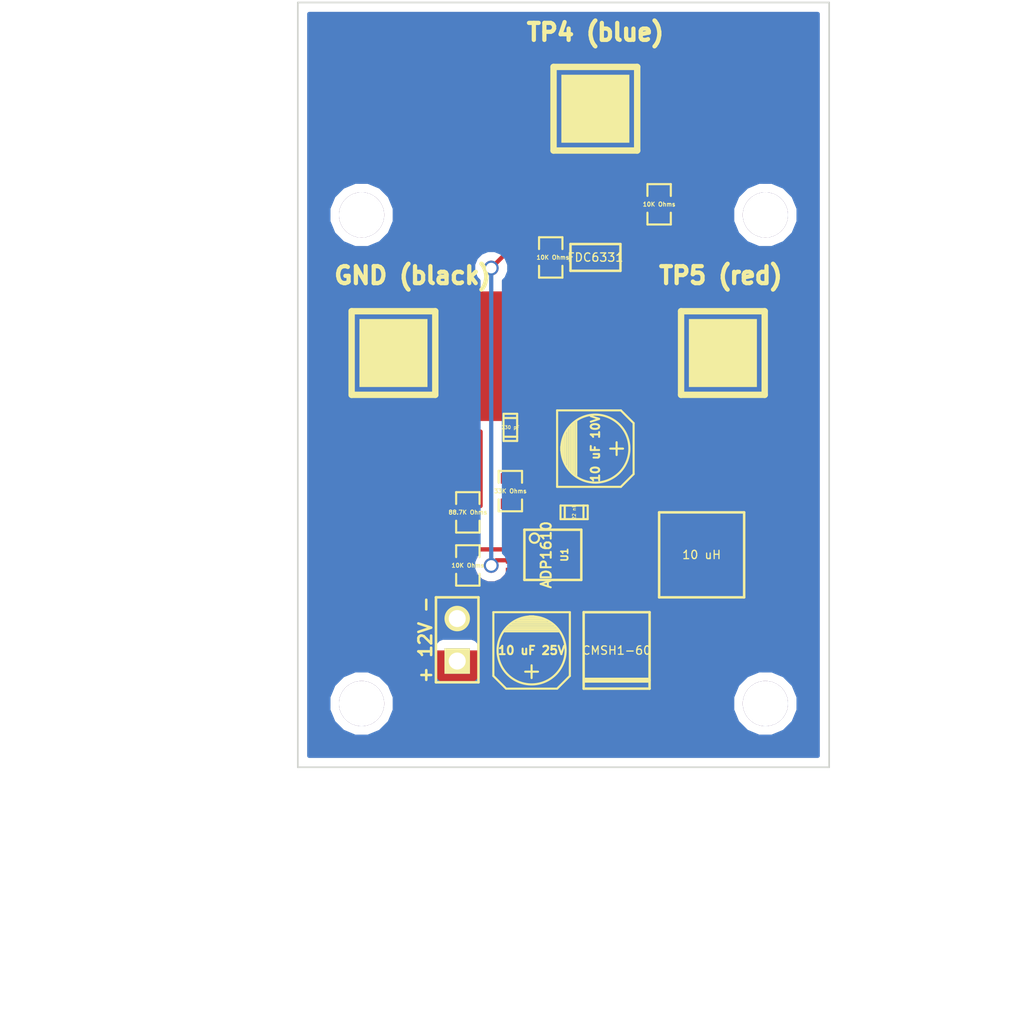
<source format=kicad_pcb>
(kicad_pcb (version 3) (host pcbnew "(2013-june-11)-stable")

  (general
    (links 30)
    (no_connects 0)
    (area 198.069999 93.929999 229.920001 139.750001)
    (thickness 1.6)
    (drawings 14)
    (tracks 38)
    (zones 0)
    (modules 21)
    (nets 12)
  )

  (page A3)
  (layers
    (15 F.Cu signal)
    (0 B.Cu signal)
    (16 B.Adhes user)
    (17 F.Adhes user)
    (18 B.Paste user)
    (19 F.Paste user)
    (20 B.SilkS user)
    (21 F.SilkS user)
    (22 B.Mask user)
    (23 F.Mask user)
    (24 Dwgs.User user)
    (25 Cmts.User user)
    (26 Eco1.User user)
    (27 Eco2.User user)
    (28 Edge.Cuts user)
  )

  (setup
    (last_trace_width 0.254)
    (trace_clearance 0.127)
    (zone_clearance 0.508)
    (zone_45_only no)
    (trace_min 0.254)
    (segment_width 0.2)
    (edge_width 0.1)
    (via_size 0.889)
    (via_drill 0.635)
    (via_min_size 0.889)
    (via_min_drill 0.508)
    (uvia_size 0.508)
    (uvia_drill 0.127)
    (uvias_allowed no)
    (uvia_min_size 0.508)
    (uvia_min_drill 0.127)
    (pcb_text_width 0.3)
    (pcb_text_size 1.5 1.5)
    (mod_edge_width 0.15)
    (mod_text_size 1 1)
    (mod_text_width 0.15)
    (pad_size 1.2 0.6)
    (pad_drill 0)
    (pad_to_mask_clearance 0)
    (aux_axis_origin 0 0)
    (visible_elements FFFFFFBF)
    (pcbplotparams
      (layerselection 300974081)
      (usegerberextensions true)
      (excludeedgelayer true)
      (linewidth 0.150000)
      (plotframeref true)
      (viasonmask false)
      (mode 1)
      (useauxorigin false)
      (hpglpennumber 1)
      (hpglpenspeed 20)
      (hpglpendiameter 15)
      (hpglpenoverlay 2)
      (psnegative false)
      (psa4output false)
      (plotreference true)
      (plotvalue true)
      (plotothertext true)
      (plotinvisibletext false)
      (padsonsilk false)
      (subtractmaskfromsilk false)
      (outputformat 1)
      (mirror false)
      (drillshape 0)
      (scaleselection 1)
      (outputdirectory Gerber/))
  )

  (net 0 "")
  (net 1 GND)
  (net 2 N-000001)
  (net 3 N-0000010)
  (net 4 N-000002)
  (net 5 N-000003)
  (net 6 N-000004)
  (net 7 N-000005)
  (net 8 N-000006)
  (net 9 N-000007)
  (net 10 N-000008)
  (net 11 N-000009)

  (net_class Default "This is the default net class."
    (clearance 0.127)
    (trace_width 0.254)
    (via_dia 0.889)
    (via_drill 0.635)
    (uvia_dia 0.508)
    (uvia_drill 0.127)
    (add_net "")
    (add_net GND)
    (add_net N-000001)
    (add_net N-0000010)
    (add_net N-000002)
    (add_net N-000003)
    (add_net N-000004)
    (add_net N-000005)
    (add_net N-000006)
    (add_net N-000007)
    (add_net N-000008)
    (add_net N-000009)
  )

  (module SuperSOT-6 (layer F.Cu) (tedit 5E960A1D) (tstamp 5E95EEC5)
    (at 215.9 109.22 90)
    (path /5E948D97)
    (fp_text reference Q1 (at 0 -0.635 180) (layer F.SilkS) hide
      (effects (font (size 0.5 0.5) (thickness 0.075)))
    )
    (fp_text value FDC6331 (at 0 0 180) (layer F.SilkS)
      (effects (font (size 0.5 0.5) (thickness 0.075)))
    )
    (fp_line (start -0.8001 -1.4859) (end 0.8001 -1.4859) (layer F.SilkS) (width 0.15))
    (fp_line (start 0.8001 -1.4859) (end 0.8001 1.4986) (layer F.SilkS) (width 0.15))
    (fp_line (start 0.8001 1.4986) (end -0.8001 1.4986) (layer F.SilkS) (width 0.15))
    (fp_line (start -0.8001 1.4986) (end -0.8001 -1.4859) (layer F.SilkS) (width 0.15))
    (pad 1 smd rect (at -1.25 -1 90) (size 1.2 0.6)
      (layers F.Cu F.Paste F.Mask)
      (net 1 GND)
    )
    (pad 2 smd rect (at -1.25 0 90) (size 1.2 0.6)
      (layers F.Cu F.Paste F.Mask)
      (net 8 N-000006)
    )
    (pad 3 smd rect (at -1.25 1 90) (size 1.2 0.6)
      (layers F.Cu F.Paste F.Mask)
      (net 8 N-000006)
    )
    (pad 4 smd rect (at 1.25 1 90) (size 1.2 0.6)
      (layers F.Cu F.Paste F.Mask)
      (net 11 N-000009)
    )
    (pad 5 smd rect (at 1.25 0 90) (size 1.2 0.6)
      (layers F.Cu F.Paste F.Mask)
      (net 3 N-0000010)
    )
    (pad 6 smd rect (at 1.25 -1 90) (size 1.2 0.6)
      (layers F.Cu F.Paste F.Mask)
      (net 9 N-000007)
    )
  )

  (module SMB (layer F.Cu) (tedit 5E960A83) (tstamp 5E95EED0)
    (at 217.17 132.715 90)
    (path /5E94903F)
    (fp_text reference D1 (at 0 -1.27 90) (layer F.SilkS) hide
      (effects (font (size 0.5 0.5) (thickness 0.075)))
    )
    (fp_text value CMSH1-60 (at 0 0 180) (layer F.SilkS)
      (effects (font (size 0.5 0.5) (thickness 0.075)))
    )
    (fp_line (start -1.778 -1.89) (end -1.778 1.89) (layer F.SilkS) (width 0.3))
    (fp_line (start -2.285 -1.97) (end 2.285 -1.97) (layer F.SilkS) (width 0.15))
    (fp_line (start 2.285 -1.97) (end 2.285 1.97) (layer F.SilkS) (width 0.15))
    (fp_line (start 2.285 1.97) (end -2.285 1.97) (layer F.SilkS) (width 0.15))
    (fp_line (start -2.285 1.97) (end -2.285 -1.97) (layer F.SilkS) (width 0.15))
    (pad 1 smd rect (at 2.15 0 90) (size 2.3 2.5)
      (layers F.Cu F.Paste F.Mask)
      (net 7 N-000005)
    )
    (pad 2 smd rect (at -2.15 0 90) (size 2.3 2.5)
      (layers F.Cu F.Paste F.Mask)
      (net 10 N-000008)
    )
  )

  (module SM0603_Resistor (layer F.Cu) (tedit 5E960A45) (tstamp 5E95EEDC)
    (at 219.71 106.045 90)
    (path /5E948E5B)
    (attr smd)
    (fp_text reference R3 (at 0.0635 -0.0635 180) (layer F.SilkS) hide
      (effects (font (size 0.50038 0.4572) (thickness 0.1143)))
    )
    (fp_text value "10K Ohms" (at 0 0 180) (layer F.SilkS)
      (effects (font (size 0.25 0.25) (thickness 0.055)))
    )
    (fp_line (start -0.50038 -0.6985) (end -1.2065 -0.6985) (layer F.SilkS) (width 0.127))
    (fp_line (start -1.2065 -0.6985) (end -1.2065 0.6985) (layer F.SilkS) (width 0.127))
    (fp_line (start -1.2065 0.6985) (end -0.50038 0.6985) (layer F.SilkS) (width 0.127))
    (fp_line (start 1.2065 -0.6985) (end 0.50038 -0.6985) (layer F.SilkS) (width 0.127))
    (fp_line (start 1.2065 -0.6985) (end 1.2065 0.6985) (layer F.SilkS) (width 0.127))
    (fp_line (start 1.2065 0.6985) (end 0.50038 0.6985) (layer F.SilkS) (width 0.127))
    (pad 1 smd rect (at -0.762 0 90) (size 0.635 1.143)
      (layers F.Cu F.Paste F.Mask)
      (net 11 N-000009)
    )
    (pad 2 smd rect (at 0.762 0 90) (size 0.635 1.143)
      (layers F.Cu F.Paste F.Mask)
      (net 9 N-000007)
    )
    (model smd\resistors\R0603.wrl
      (at (xyz 0 0 0.001))
      (scale (xyz 0.5 0.5 0.5))
      (rotate (xyz 0 0 0))
    )
  )

  (module SM0603_Resistor (layer F.Cu) (tedit 5E960A03) (tstamp 5E95EEE8)
    (at 213.233 109.22 270)
    (path /5E948F8F)
    (attr smd)
    (fp_text reference R101 (at 0.0635 -0.0635 360) (layer F.SilkS) hide
      (effects (font (size 0.50038 0.4572) (thickness 0.1143)))
    )
    (fp_text value "10K Ohms" (at 0 -0.127 360) (layer F.SilkS)
      (effects (font (size 0.25 0.25) (thickness 0.055)))
    )
    (fp_line (start -0.50038 -0.6985) (end -1.2065 -0.6985) (layer F.SilkS) (width 0.127))
    (fp_line (start -1.2065 -0.6985) (end -1.2065 0.6985) (layer F.SilkS) (width 0.127))
    (fp_line (start -1.2065 0.6985) (end -0.50038 0.6985) (layer F.SilkS) (width 0.127))
    (fp_line (start 1.2065 -0.6985) (end 0.50038 -0.6985) (layer F.SilkS) (width 0.127))
    (fp_line (start 1.2065 -0.6985) (end 1.2065 0.6985) (layer F.SilkS) (width 0.127))
    (fp_line (start 1.2065 0.6985) (end 0.50038 0.6985) (layer F.SilkS) (width 0.127))
    (pad 1 smd rect (at -0.762 0 270) (size 0.635 1.143)
      (layers F.Cu F.Paste F.Mask)
      (net 3 N-0000010)
    )
    (pad 2 smd rect (at 0.762 0 270) (size 0.635 1.143)
      (layers F.Cu F.Paste F.Mask)
      (net 1 GND)
    )
    (model smd\resistors\R0603.wrl
      (at (xyz 0 0 0.001))
      (scale (xyz 0.5 0.5 0.5))
      (rotate (xyz 0 0 0))
    )
  )

  (module SM0603_Resistor (layer F.Cu) (tedit 5E9609B7) (tstamp 5E95EEF4)
    (at 210.82 123.19 90)
    (path /5E949252)
    (attr smd)
    (fp_text reference R102 (at 0.0635 -0.0635 180) (layer F.SilkS) hide
      (effects (font (size 0.50038 0.4572) (thickness 0.1143)))
    )
    (fp_text value "33K Ohms" (at 0 0 180) (layer F.SilkS)
      (effects (font (size 0.25 0.25) (thickness 0.055)))
    )
    (fp_line (start -0.50038 -0.6985) (end -1.2065 -0.6985) (layer F.SilkS) (width 0.127))
    (fp_line (start -1.2065 -0.6985) (end -1.2065 0.6985) (layer F.SilkS) (width 0.127))
    (fp_line (start -1.2065 0.6985) (end -0.50038 0.6985) (layer F.SilkS) (width 0.127))
    (fp_line (start 1.2065 -0.6985) (end 0.50038 -0.6985) (layer F.SilkS) (width 0.127))
    (fp_line (start 1.2065 -0.6985) (end 1.2065 0.6985) (layer F.SilkS) (width 0.127))
    (fp_line (start 1.2065 0.6985) (end 0.50038 0.6985) (layer F.SilkS) (width 0.127))
    (pad 1 smd rect (at -0.762 0 90) (size 0.635 1.143)
      (layers F.Cu F.Paste F.Mask)
      (net 4 N-000002)
    )
    (pad 2 smd rect (at 0.762 0 90) (size 0.635 1.143)
      (layers F.Cu F.Paste F.Mask)
      (net 2 N-000001)
    )
    (model smd\resistors\R0603.wrl
      (at (xyz 0 0 0.001))
      (scale (xyz 0.5 0.5 0.5))
      (rotate (xyz 0 0 0))
    )
  )

  (module SM0603_Resistor (layer F.Cu) (tedit 5E96099B) (tstamp 5E95EF00)
    (at 208.28 124.46 270)
    (path /5E949157)
    (attr smd)
    (fp_text reference R1 (at 0.0635 -0.0635 360) (layer F.SilkS) hide
      (effects (font (size 0.50038 0.4572) (thickness 0.1143)))
    )
    (fp_text value "88.7K Ohms" (at 0 0 360) (layer F.SilkS)
      (effects (font (size 0.25 0.25) (thickness 0.055)))
    )
    (fp_line (start -0.50038 -0.6985) (end -1.2065 -0.6985) (layer F.SilkS) (width 0.127))
    (fp_line (start -1.2065 -0.6985) (end -1.2065 0.6985) (layer F.SilkS) (width 0.127))
    (fp_line (start -1.2065 0.6985) (end -0.50038 0.6985) (layer F.SilkS) (width 0.127))
    (fp_line (start 1.2065 -0.6985) (end 0.50038 -0.6985) (layer F.SilkS) (width 0.127))
    (fp_line (start 1.2065 -0.6985) (end 1.2065 0.6985) (layer F.SilkS) (width 0.127))
    (fp_line (start 1.2065 0.6985) (end 0.50038 0.6985) (layer F.SilkS) (width 0.127))
    (pad 1 smd rect (at -0.762 0 270) (size 0.635 1.143)
      (layers F.Cu F.Paste F.Mask)
      (net 10 N-000008)
    )
    (pad 2 smd rect (at 0.762 0 270) (size 0.635 1.143)
      (layers F.Cu F.Paste F.Mask)
      (net 5 N-000003)
    )
    (model smd\resistors\R0603.wrl
      (at (xyz 0 0 0.001))
      (scale (xyz 0.5 0.5 0.5))
      (rotate (xyz 0 0 0))
    )
  )

  (module SM0603_Resistor (layer F.Cu) (tedit 5E960966) (tstamp 5E95EF0C)
    (at 208.28 127.635 270)
    (path /5E949166)
    (attr smd)
    (fp_text reference R2 (at 0.0635 -0.0635 360) (layer F.SilkS) hide
      (effects (font (size 0.50038 0.4572) (thickness 0.1143)))
    )
    (fp_text value "10K Ohms" (at 0 0 360) (layer F.SilkS)
      (effects (font (size 0.25 0.25) (thickness 0.055)))
    )
    (fp_line (start -0.50038 -0.6985) (end -1.2065 -0.6985) (layer F.SilkS) (width 0.127))
    (fp_line (start -1.2065 -0.6985) (end -1.2065 0.6985) (layer F.SilkS) (width 0.127))
    (fp_line (start -1.2065 0.6985) (end -0.50038 0.6985) (layer F.SilkS) (width 0.127))
    (fp_line (start 1.2065 -0.6985) (end 0.50038 -0.6985) (layer F.SilkS) (width 0.127))
    (fp_line (start 1.2065 -0.6985) (end 1.2065 0.6985) (layer F.SilkS) (width 0.127))
    (fp_line (start 1.2065 0.6985) (end 0.50038 0.6985) (layer F.SilkS) (width 0.127))
    (pad 1 smd rect (at -0.762 0 270) (size 0.635 1.143)
      (layers F.Cu F.Paste F.Mask)
      (net 5 N-000003)
    )
    (pad 2 smd rect (at 0.762 0 270) (size 0.635 1.143)
      (layers F.Cu F.Paste F.Mask)
      (net 1 GND)
    )
    (model smd\resistors\R0603.wrl
      (at (xyz 0 0 0.001))
      (scale (xyz 0.5 0.5 0.5))
      (rotate (xyz 0 0 0))
    )
  )

  (module MSOP-8 (layer F.Cu) (tedit 516689CE) (tstamp 5E95EF1D)
    (at 213.36 127 270)
    (descr MSOIC-8)
    (path /5E9489D7)
    (attr smd)
    (fp_text reference U1 (at 0 -0.70104 270) (layer F.SilkS)
      (effects (font (size 0.4 0.4) (thickness 0.1)))
    )
    (fp_text value ADP1610 (at 0 0.4 270) (layer F.SilkS)
      (effects (font (size 0.6 0.6) (thickness 0.12)))
    )
    (fp_line (start -1.5 -1.7) (end 1.5 -1.7) (layer F.SilkS) (width 0.15))
    (fp_line (start 1.5 -1.7) (end 1.5 1.7) (layer F.SilkS) (width 0.15))
    (fp_line (start 1.5 1.7) (end -1.5 1.7) (layer F.SilkS) (width 0.15))
    (fp_line (start -1.5 1.7) (end -1.5 -1.7) (layer F.SilkS) (width 0.15))
    (fp_circle (center -0.99916 1.1017) (end -1.19982 1.29982) (layer F.SilkS) (width 0.127))
    (pad 1 smd rect (at -0.97536 2.30124 270) (size 0.40894 1.02108)
      (layers F.Cu F.Paste F.Mask)
      (net 4 N-000002)
    )
    (pad 2 smd rect (at -0.32512 2.30124 270) (size 0.40894 1.02108)
      (layers F.Cu F.Paste F.Mask)
      (net 5 N-000003)
    )
    (pad 3 smd rect (at 0.32512 2.30124 270) (size 0.40894 1.02108)
      (layers F.Cu F.Paste F.Mask)
      (net 3 N-0000010)
    )
    (pad 4 smd rect (at 0.97536 2.30124 270) (size 0.40894 1.02108)
      (layers F.Cu F.Paste F.Mask)
      (net 1 GND)
    )
    (pad 5 smd rect (at 0.97536 -2.30124 270) (size 0.40894 1.02108)
      (layers F.Cu F.Paste F.Mask)
      (net 7 N-000005)
    )
    (pad 6 smd rect (at 0.32512 -2.30124 270) (size 0.40894 1.02108)
      (layers F.Cu F.Paste F.Mask)
      (net 8 N-000006)
    )
    (pad 7 smd rect (at -0.32512 -2.30124 270) (size 0.40894 1.02108)
      (layers F.Cu F.Paste F.Mask)
      (net 1 GND)
    )
    (pad 8 smd rect (at -0.97536 -2.30124 270) (size 0.40894 1.02108)
      (layers F.Cu F.Paste F.Mask)
      (net 6 N-000004)
    )
    (model smd/smd_dil/msoic-8.wrl
      (at (xyz 0 0 0))
      (scale (xyz 1 1 1))
      (rotate (xyz 0 0 0))
    )
  )

  (module Inductor_5mmx5mm (layer F.Cu) (tedit 5E96086C) (tstamp 5E95EF27)
    (at 222.25 127)
    (path /5E949000)
    (fp_text reference L101 (at 0 3.429) (layer F.SilkS) hide
      (effects (font (size 0.5 0.5) (thickness 0.075)))
    )
    (fp_text value "10 uH" (at 0 0) (layer F.SilkS)
      (effects (font (size 0.5 0.5) (thickness 0.075)))
    )
    (fp_line (start -2.54 -2.54) (end 2.54 -2.54) (layer F.SilkS) (width 0.15))
    (fp_line (start 2.54 -2.54) (end 2.54 2.54) (layer F.SilkS) (width 0.15))
    (fp_line (start 2.54 2.54) (end -2.54 2.54) (layer F.SilkS) (width 0.15))
    (fp_line (start -2.54 2.54) (end -2.54 -2.54) (layer F.SilkS) (width 0.15))
    (pad 1 smd rect (at 0 -1.7) (size 5.3 1.9)
      (layers F.Cu F.Paste F.Mask)
      (net 8 N-000006)
    )
    (pad 2 smd rect (at 0 1.7) (size 5.3 1.9)
      (layers F.Cu F.Paste F.Mask)
      (net 7 N-000005)
    )
  )

  (module c_elec_4x5.7 (layer F.Cu) (tedit 5E960917) (tstamp 5E95EF3E)
    (at 212.09 132.715 270)
    (descr "SMT capacitor, aluminium electrolytic, 4x5.7")
    (path /5E9492EB)
    (fp_text reference C104 (at 0 -2.794 270) (layer F.SilkS) hide
      (effects (font (size 0.50038 0.50038) (thickness 0.11938)))
    )
    (fp_text value "10 uF 25V" (at 0 0 360) (layer F.SilkS)
      (effects (font (size 0.50038 0.50038) (thickness 0.11938)))
    )
    (fp_line (start 1.651 0) (end 0.889 0) (layer F.SilkS) (width 0.127))
    (fp_line (start 1.27 -0.381) (end 1.27 0.381) (layer F.SilkS) (width 0.127))
    (fp_line (start 1.524 2.286) (end -2.286 2.286) (layer F.SilkS) (width 0.127))
    (fp_line (start 2.286 -1.524) (end 2.286 1.524) (layer F.SilkS) (width 0.127))
    (fp_line (start 1.524 2.286) (end 2.286 1.524) (layer F.SilkS) (width 0.127))
    (fp_line (start 1.524 -2.286) (end -2.286 -2.286) (layer F.SilkS) (width 0.127))
    (fp_line (start 1.524 -2.286) (end 2.286 -1.524) (layer F.SilkS) (width 0.127))
    (fp_line (start -2.032 0.127) (end -2.032 -0.127) (layer F.SilkS) (width 0.127))
    (fp_line (start -1.905 -0.635) (end -1.905 0.635) (layer F.SilkS) (width 0.127))
    (fp_line (start -1.778 0.889) (end -1.778 -0.889) (layer F.SilkS) (width 0.127))
    (fp_line (start -1.651 1.143) (end -1.651 -1.143) (layer F.SilkS) (width 0.127))
    (fp_line (start -1.524 -1.27) (end -1.524 1.27) (layer F.SilkS) (width 0.127))
    (fp_line (start -1.397 1.397) (end -1.397 -1.397) (layer F.SilkS) (width 0.127))
    (fp_line (start -1.27 -1.524) (end -1.27 1.524) (layer F.SilkS) (width 0.127))
    (fp_line (start -1.143 -1.651) (end -1.143 1.651) (layer F.SilkS) (width 0.127))
    (fp_circle (center 0 0) (end -2.032 0) (layer F.SilkS) (width 0.127))
    (fp_line (start -2.286 -2.286) (end -2.286 2.286) (layer F.SilkS) (width 0.127))
    (pad 1 smd rect (at 1.80086 0 270) (size 2.60096 1.6002)
      (layers F.Cu F.Paste F.Mask)
      (net 10 N-000008)
    )
    (pad 2 smd rect (at -1.80086 0 270) (size 2.60096 1.6002)
      (layers F.Cu F.Paste F.Mask)
      (net 1 GND)
    )
    (model smd/capacitors/c_elec_4x5_7.wrl
      (at (xyz 0 0 0))
      (scale (xyz 1 1 1))
      (rotate (xyz 0 0 0))
    )
  )

  (module c_elec_4x5.7 (layer F.Cu) (tedit 5E960897) (tstamp 5E95EF55)
    (at 215.9 120.65)
    (descr "SMT capacitor, aluminium electrolytic, 4x5.7")
    (path /5E9490CB)
    (fp_text reference C101 (at 0 -2.794) (layer F.SilkS) hide
      (effects (font (size 0.50038 0.50038) (thickness 0.11938)))
    )
    (fp_text value "10 uF 10V" (at 0 0 90) (layer F.SilkS)
      (effects (font (size 0.50038 0.50038) (thickness 0.11938)))
    )
    (fp_line (start 1.651 0) (end 0.889 0) (layer F.SilkS) (width 0.127))
    (fp_line (start 1.27 -0.381) (end 1.27 0.381) (layer F.SilkS) (width 0.127))
    (fp_line (start 1.524 2.286) (end -2.286 2.286) (layer F.SilkS) (width 0.127))
    (fp_line (start 2.286 -1.524) (end 2.286 1.524) (layer F.SilkS) (width 0.127))
    (fp_line (start 1.524 2.286) (end 2.286 1.524) (layer F.SilkS) (width 0.127))
    (fp_line (start 1.524 -2.286) (end -2.286 -2.286) (layer F.SilkS) (width 0.127))
    (fp_line (start 1.524 -2.286) (end 2.286 -1.524) (layer F.SilkS) (width 0.127))
    (fp_line (start -2.032 0.127) (end -2.032 -0.127) (layer F.SilkS) (width 0.127))
    (fp_line (start -1.905 -0.635) (end -1.905 0.635) (layer F.SilkS) (width 0.127))
    (fp_line (start -1.778 0.889) (end -1.778 -0.889) (layer F.SilkS) (width 0.127))
    (fp_line (start -1.651 1.143) (end -1.651 -1.143) (layer F.SilkS) (width 0.127))
    (fp_line (start -1.524 -1.27) (end -1.524 1.27) (layer F.SilkS) (width 0.127))
    (fp_line (start -1.397 1.397) (end -1.397 -1.397) (layer F.SilkS) (width 0.127))
    (fp_line (start -1.27 -1.524) (end -1.27 1.524) (layer F.SilkS) (width 0.127))
    (fp_line (start -1.143 -1.651) (end -1.143 1.651) (layer F.SilkS) (width 0.127))
    (fp_circle (center 0 0) (end -2.032 0) (layer F.SilkS) (width 0.127))
    (fp_line (start -2.286 -2.286) (end -2.286 2.286) (layer F.SilkS) (width 0.127))
    (pad 1 smd rect (at 1.80086 0) (size 2.60096 1.6002)
      (layers F.Cu F.Paste F.Mask)
      (net 8 N-000006)
    )
    (pad 2 smd rect (at -1.80086 0) (size 2.60096 1.6002)
      (layers F.Cu F.Paste F.Mask)
      (net 1 GND)
    )
    (model smd/capacitors/c_elec_4x5_7.wrl
      (at (xyz 0 0 0))
      (scale (xyz 1 1 1))
      (rotate (xyz 0 0 0))
    )
  )

  (module c_0603 (layer F.Cu) (tedit 5E9609DD) (tstamp 5E95EF61)
    (at 210.82 119.38 270)
    (descr "SMT capacitor, 0603")
    (path /5E949261)
    (fp_text reference C103 (at 0 -0.635 270) (layer F.SilkS) hide
      (effects (font (size 0.20066 0.20066) (thickness 0.04064)))
    )
    (fp_text value "330 pF" (at 0 0 360) (layer F.SilkS)
      (effects (font (size 0.20066 0.20066) (thickness 0.04064)))
    )
    (fp_line (start 0.5588 0.4064) (end 0.5588 -0.4064) (layer F.SilkS) (width 0.127))
    (fp_line (start -0.5588 -0.381) (end -0.5588 0.4064) (layer F.SilkS) (width 0.127))
    (fp_line (start -0.8128 -0.4064) (end 0.8128 -0.4064) (layer F.SilkS) (width 0.127))
    (fp_line (start 0.8128 -0.4064) (end 0.8128 0.4064) (layer F.SilkS) (width 0.127))
    (fp_line (start 0.8128 0.4064) (end -0.8128 0.4064) (layer F.SilkS) (width 0.127))
    (fp_line (start -0.8128 0.4064) (end -0.8128 -0.4064) (layer F.SilkS) (width 0.127))
    (pad 1 smd rect (at 0.75184 0 270) (size 0.89916 1.00076)
      (layers F.Cu F.Paste F.Mask)
      (net 2 N-000001)
    )
    (pad 2 smd rect (at -0.75184 0 270) (size 0.89916 1.00076)
      (layers F.Cu F.Paste F.Mask)
      (net 1 GND)
    )
    (model smd/capacitors/c_0603.wrl
      (at (xyz 0 0 0))
      (scale (xyz 1 1 1))
      (rotate (xyz 0 0 0))
    )
  )

  (module c_0603 (layer F.Cu) (tedit 5E9608B5) (tstamp 5E95EF6D)
    (at 214.63 124.46)
    (descr "SMT capacitor, 0603")
    (path /5E9490BC)
    (fp_text reference C102 (at 0 -0.635) (layer F.SilkS) hide
      (effects (font (size 0.20066 0.20066) (thickness 0.04064)))
    )
    (fp_text value "22 nF" (at 0 0 90) (layer F.SilkS)
      (effects (font (size 0.20066 0.20066) (thickness 0.04064)))
    )
    (fp_line (start 0.5588 0.4064) (end 0.5588 -0.4064) (layer F.SilkS) (width 0.127))
    (fp_line (start -0.5588 -0.381) (end -0.5588 0.4064) (layer F.SilkS) (width 0.127))
    (fp_line (start -0.8128 -0.4064) (end 0.8128 -0.4064) (layer F.SilkS) (width 0.127))
    (fp_line (start 0.8128 -0.4064) (end 0.8128 0.4064) (layer F.SilkS) (width 0.127))
    (fp_line (start 0.8128 0.4064) (end -0.8128 0.4064) (layer F.SilkS) (width 0.127))
    (fp_line (start -0.8128 0.4064) (end -0.8128 -0.4064) (layer F.SilkS) (width 0.127))
    (pad 1 smd rect (at 0.75184 0) (size 0.89916 1.00076)
      (layers F.Cu F.Paste F.Mask)
      (net 6 N-000004)
    )
    (pad 2 smd rect (at -0.75184 0) (size 0.89916 1.00076)
      (layers F.Cu F.Paste F.Mask)
      (net 1 GND)
    )
    (model smd/capacitors/c_0603.wrl
      (at (xyz 0 0 0))
      (scale (xyz 1 1 1))
      (rotate (xyz 0 0 0))
    )
  )

  (module 1PIN_SMD (layer F.Cu) (tedit 5E95F159) (tstamp 5E95EF80)
    (at 223.52 114.935 270)
    (descr "module 1 pin (ou trou mecanique de percage)")
    (tags DEV)
    (path /5E948F4B)
    (fp_text reference P101 (at 0 -3.50012 270) (layer F.SilkS) hide
      (effects (font (size 1.016 1.016) (thickness 0.254)))
    )
    (fp_text value "TP5 (red)" (at -4.6355 0.127 360) (layer F.SilkS)
      (effects (font (size 1.016 1.016) (thickness 0.254)))
    )
    (fp_line (start -2.49936 -2.49936) (end 2.49936 -2.49936) (layer F.SilkS) (width 0.381))
    (fp_line (start 2.49936 -2.49936) (end 2.49936 2.49936) (layer F.SilkS) (width 0.381))
    (fp_line (start 2.49936 2.49936) (end -2.49936 2.49936) (layer F.SilkS) (width 0.381))
    (fp_line (start -2.49936 2.49936) (end -2.49936 -2.49936) (layer F.SilkS) (width 0.381))
    (pad 1 smd rect (at 0 0 270) (size 4.064 4.064)
      (layers F.Cu F.Paste F.SilkS F.Mask)
      (net 11 N-000009)
    )
  )

  (module 1PIN_SMD (layer F.Cu) (tedit 5E95F147) (tstamp 5E95EF89)
    (at 215.9 100.33 270)
    (descr "module 1 pin (ou trou mecanique de percage)")
    (tags DEV)
    (path /5E948EEE)
    (fp_text reference P102 (at 0 -3.50012 270) (layer F.SilkS) hide
      (effects (font (size 1.016 1.016) (thickness 0.254)))
    )
    (fp_text value "TP4 (blue)" (at -4.572 0 360) (layer F.SilkS)
      (effects (font (size 1.016 1.016) (thickness 0.254)))
    )
    (fp_line (start -2.49936 -2.49936) (end 2.49936 -2.49936) (layer F.SilkS) (width 0.381))
    (fp_line (start 2.49936 -2.49936) (end 2.49936 2.49936) (layer F.SilkS) (width 0.381))
    (fp_line (start 2.49936 2.49936) (end -2.49936 2.49936) (layer F.SilkS) (width 0.381))
    (fp_line (start -2.49936 2.49936) (end -2.49936 -2.49936) (layer F.SilkS) (width 0.381))
    (pad 1 smd rect (at 0 0 270) (size 4.064 4.064)
      (layers F.Cu F.Paste F.SilkS F.Mask)
      (net 3 N-0000010)
    )
  )

  (module 1PIN_SMD (layer F.Cu) (tedit 5E95F14E) (tstamp 5E95EF92)
    (at 203.835 114.935 90)
    (descr "module 1 pin (ou trou mecanique de percage)")
    (tags DEV)
    (path /5E949711)
    (fp_text reference P104 (at 0 -3.50012 90) (layer F.SilkS) hide
      (effects (font (size 1.016 1.016) (thickness 0.254)))
    )
    (fp_text value "GND (black)" (at 4.6355 1.143 180) (layer F.SilkS)
      (effects (font (size 1.016 1.016) (thickness 0.254)))
    )
    (fp_line (start -2.49936 -2.49936) (end 2.49936 -2.49936) (layer F.SilkS) (width 0.381))
    (fp_line (start 2.49936 -2.49936) (end 2.49936 2.49936) (layer F.SilkS) (width 0.381))
    (fp_line (start 2.49936 2.49936) (end -2.49936 2.49936) (layer F.SilkS) (width 0.381))
    (fp_line (start -2.49936 2.49936) (end -2.49936 -2.49936) (layer F.SilkS) (width 0.381))
    (pad 1 smd rect (at 0 0 90) (size 4.064 4.064)
      (layers F.Cu F.Paste F.SilkS F.Mask)
      (net 1 GND)
    )
  )

  (module PIN_ARRAY_2X1 (layer F.Cu) (tedit 5E960938) (tstamp 5E95EF77)
    (at 207.645 132.08 90)
    (descr "Connecteurs 2 pins")
    (tags "CONN DEV")
    (path /5E949386)
    (fp_text reference P103 (at 0 -1.905 90) (layer F.SilkS) hide
      (effects (font (size 0.762 0.762) (thickness 0.1524)))
    )
    (fp_text value "+ 12V -" (at 0 -1.905 90) (layer F.SilkS)
      (effects (font (size 0.762 0.762) (thickness 0.1524)))
    )
    (fp_line (start -2.54 1.27) (end -2.54 -1.27) (layer F.SilkS) (width 0.1524))
    (fp_line (start -2.54 -1.27) (end 2.54 -1.27) (layer F.SilkS) (width 0.1524))
    (fp_line (start 2.54 -1.27) (end 2.54 1.27) (layer F.SilkS) (width 0.1524))
    (fp_line (start 2.54 1.27) (end -2.54 1.27) (layer F.SilkS) (width 0.1524))
    (pad 1 thru_hole rect (at -1.27 0 90) (size 1.524 1.524) (drill 1.016)
      (layers *.Cu *.Mask F.SilkS)
      (net 10 N-000008)
    )
    (pad 2 thru_hole circle (at 1.27 0 90) (size 1.524 1.524) (drill 1.016)
      (layers *.Cu *.Mask F.SilkS)
      (net 1 GND)
    )
    (model pin_array/pins_array_2x1.wrl
      (at (xyz 0 0 0))
      (scale (xyz 1 1 1))
      (rotate (xyz 0 0 0))
    )
  )

  (module MountingHole_2-7mm_RevA_Date21Jun2010 (layer F.Cu) (tedit 5E960836) (tstamp 5E965B49)
    (at 201.93 135.89)
    (descr "Mounting hole, Befestigungsbohrung, 2,7mm, No Annular, Kein Restring,")
    (tags "Mounting hole, Befestigungsbohrung, 2,7mm, No Annular, Kein Restring,")
    (fp_text reference MH (at 0 -4.0005) (layer F.SilkS) hide
      (effects (font (size 1.524 1.524) (thickness 0.3048)))
    )
    (fp_text value MountingHole_2-7mm_RevA_Date21Jun2010 (at 0.09906 3.59918) (layer F.SilkS) hide
      (effects (font (size 1.524 1.524) (thickness 0.3048)))
    )
    (fp_circle (center 0 0) (end 2.70002 0) (layer Cmts.User) (width 0.381))
    (pad 1 thru_hole circle (at 0 0) (size 2.70002 2.70002) (drill 2.70002)
      (layers)
    )
  )

  (module MountingHole_2-7mm_RevA_Date21Jun2010 (layer F.Cu) (tedit 5E96083F) (tstamp 5E965B54)
    (at 226.06 135.89)
    (descr "Mounting hole, Befestigungsbohrung, 2,7mm, No Annular, Kein Restring,")
    (tags "Mounting hole, Befestigungsbohrung, 2,7mm, No Annular, Kein Restring,")
    (fp_text reference MH (at 0 -4.0005) (layer F.SilkS) hide
      (effects (font (size 1.524 1.524) (thickness 0.3048)))
    )
    (fp_text value MountingHole_2-7mm_RevA_Date21Jun2010 (at 0.09906 3.59918) (layer F.SilkS) hide
      (effects (font (size 1.524 1.524) (thickness 0.3048)))
    )
    (fp_circle (center 0 0) (end 2.70002 0) (layer Cmts.User) (width 0.381))
    (pad 1 thru_hole circle (at 0 0) (size 2.70002 2.70002) (drill 2.70002)
      (layers)
    )
  )

  (module MountingHole_2-7mm_RevA_Date21Jun2010 (layer F.Cu) (tedit 5E960821) (tstamp 5E965B5F)
    (at 201.93 106.68)
    (descr "Mounting hole, Befestigungsbohrung, 2,7mm, No Annular, Kein Restring,")
    (tags "Mounting hole, Befestigungsbohrung, 2,7mm, No Annular, Kein Restring,")
    (fp_text reference MH (at 0 -4.0005) (layer F.SilkS) hide
      (effects (font (size 1.524 1.524) (thickness 0.3048)))
    )
    (fp_text value MountingHole_2-7mm_RevA_Date21Jun2010 (at 0.09906 3.59918) (layer F.SilkS) hide
      (effects (font (size 1.524 1.524) (thickness 0.3048)))
    )
    (fp_circle (center 0 0) (end 2.70002 0) (layer Cmts.User) (width 0.381))
    (pad 1 thru_hole circle (at 0 0) (size 2.70002 2.70002) (drill 2.70002)
      (layers)
    )
  )

  (module MountingHole_2-7mm_RevA_Date21Jun2010 (layer F.Cu) (tedit 5E96082D) (tstamp 5E965B6A)
    (at 226.06 106.68)
    (descr "Mounting hole, Befestigungsbohrung, 2,7mm, No Annular, Kein Restring,")
    (tags "Mounting hole, Befestigungsbohrung, 2,7mm, No Annular, Kein Restring,")
    (fp_text reference MH (at 0 -4.0005) (layer F.SilkS) hide
      (effects (font (size 1.524 1.524) (thickness 0.3048)))
    )
    (fp_text value MountingHole_2-7mm_RevA_Date21Jun2010 (at 0.09906 3.59918) (layer F.SilkS) hide
      (effects (font (size 1.524 1.524) (thickness 0.3048)))
    )
    (fp_circle (center 0 0) (end 2.70002 0) (layer Cmts.User) (width 0.381))
    (pad 1 thru_hole circle (at 0 0) (size 2.70002 2.70002) (drill 2.70002)
      (layers)
    )
  )

  (gr_line (start 201.93 135.89) (end 226.06 135.89) (angle 90) (layer Cmts.User) (width 0.2))
  (gr_line (start 201.93 106.68) (end 226.06 106.68) (angle 90) (layer Cmts.User) (width 0.2))
  (gr_line (start 201.93 135.89) (end 201.93 106.68) (angle 90) (layer Cmts.User) (width 0.2))
  (gr_line (start 226.06 135.89) (end 226.06 106.68) (angle 90) (layer Cmts.User) (width 0.2))
  (dimension 29.21 (width 0.3) (layer Cmts.User)
    (gr_text "29.210 mm" (at 186.61 121.285 90) (layer Cmts.User)
      (effects (font (size 1.5 1.5) (thickness 0.3)))
    )
    (feature1 (pts (xy 201.93 106.68) (xy 185.26 106.68)))
    (feature2 (pts (xy 201.93 135.89) (xy 185.26 135.89)))
    (crossbar (pts (xy 187.96 135.89) (xy 187.96 106.68)))
    (arrow1a (pts (xy 187.96 106.68) (xy 188.54642 107.806503)))
    (arrow1b (pts (xy 187.96 106.68) (xy 187.37358 107.806503)))
    (arrow2a (pts (xy 187.96 135.89) (xy 188.54642 134.763497)))
    (arrow2b (pts (xy 187.96 135.89) (xy 187.37358 134.763497)))
  )
  (dimension 24.13 (width 0.3) (layer Cmts.User)
    (gr_text "24.130 mm" (at 213.995 155.019999) (layer Cmts.User)
      (effects (font (size 1.5 1.5) (thickness 0.3)))
    )
    (feature1 (pts (xy 226.06 135.89) (xy 226.06 156.369999)))
    (feature2 (pts (xy 201.93 135.89) (xy 201.93 156.369999)))
    (crossbar (pts (xy 201.93 153.669999) (xy 226.06 153.669999)))
    (arrow1a (pts (xy 226.06 153.669999) (xy 224.933497 154.256419)))
    (arrow1b (pts (xy 226.06 153.669999) (xy 224.933497 153.083579)))
    (arrow2a (pts (xy 201.93 153.669999) (xy 203.056503 154.256419)))
    (arrow2b (pts (xy 201.93 153.669999) (xy 203.056503 153.083579)))
  )
  (dimension 3.81 (width 0.3) (layer Cmts.User)
    (gr_text "3.810 mm" (at 191.690001 137.795 270) (layer Cmts.User)
      (effects (font (size 1.5 1.5) (thickness 0.3)))
    )
    (feature1 (pts (xy 201.93 139.7) (xy 190.340001 139.7)))
    (feature2 (pts (xy 201.93 135.89) (xy 190.340001 135.89)))
    (crossbar (pts (xy 193.040001 135.89) (xy 193.040001 139.7)))
    (arrow1a (pts (xy 193.040001 139.7) (xy 192.453581 138.573497)))
    (arrow1b (pts (xy 193.040001 139.7) (xy 193.626421 138.573497)))
    (arrow2a (pts (xy 193.040001 135.89) (xy 192.453581 137.016503)))
    (arrow2b (pts (xy 193.040001 135.89) (xy 193.626421 137.016503)))
  )
  (dimension 3.81 (width 0.3) (layer Cmts.User)
    (gr_text "3.810 mm" (at 200.025 149.939999) (layer Cmts.User)
      (effects (font (size 1.5 1.5) (thickness 0.3)))
    )
    (feature1 (pts (xy 198.12 135.89) (xy 198.12 151.289999)))
    (feature2 (pts (xy 201.93 135.89) (xy 201.93 151.289999)))
    (crossbar (pts (xy 201.93 148.589999) (xy 198.12 148.589999)))
    (arrow1a (pts (xy 198.12 148.589999) (xy 199.246503 148.003579)))
    (arrow1b (pts (xy 198.12 148.589999) (xy 199.246503 149.176419)))
    (arrow2a (pts (xy 201.93 148.589999) (xy 200.803497 148.003579)))
    (arrow2b (pts (xy 201.93 148.589999) (xy 200.803497 149.176419)))
  )
  (dimension 31.75 (width 0.3) (layer Cmts.User)
    (gr_text "31.750 mm" (at 213.995 146.129999) (layer Cmts.User)
      (effects (font (size 1.5 1.5) (thickness 0.3)))
    )
    (feature1 (pts (xy 198.12 139.7) (xy 198.12 147.479999)))
    (feature2 (pts (xy 229.87 139.7) (xy 229.87 147.479999)))
    (crossbar (pts (xy 229.87 144.779999) (xy 198.12 144.779999)))
    (arrow1a (pts (xy 198.12 144.779999) (xy 199.246503 144.193579)))
    (arrow1b (pts (xy 198.12 144.779999) (xy 199.246503 145.366419)))
    (arrow2a (pts (xy 229.87 144.779999) (xy 228.743497 144.193579)))
    (arrow2b (pts (xy 229.87 144.779999) (xy 228.743497 145.366419)))
  )
  (dimension 45.72 (width 0.3) (layer Cmts.User)
    (gr_text "45.720 mm" (at 238.839999 116.84 270) (layer Cmts.User)
      (effects (font (size 1.5 1.5) (thickness 0.3)))
    )
    (feature1 (pts (xy 228.6 139.7) (xy 240.189999 139.7)))
    (feature2 (pts (xy 228.6 93.98) (xy 240.189999 93.98)))
    (crossbar (pts (xy 237.489999 93.98) (xy 237.489999 139.7)))
    (arrow1a (pts (xy 237.489999 139.7) (xy 236.903579 138.573497)))
    (arrow1b (pts (xy 237.489999 139.7) (xy 238.076419 138.573497)))
    (arrow2a (pts (xy 237.489999 93.98) (xy 236.903579 95.106503)))
    (arrow2b (pts (xy 237.489999 93.98) (xy 238.076419 95.106503)))
  )
  (gr_line (start 229.87 139.7) (end 198.12 139.7) (angle 90) (layer Edge.Cuts) (width 0.1))
  (gr_line (start 229.87 93.98) (end 229.87 139.7) (angle 90) (layer Edge.Cuts) (width 0.1))
  (gr_line (start 198.12 93.98) (end 229.87 93.98) (angle 90) (layer Edge.Cuts) (width 0.1))
  (gr_line (start 198.12 139.7) (end 198.12 93.98) (angle 90) (layer Edge.Cuts) (width 0.1))

  (segment (start 211.05876 127.97536) (end 211.05876 129.8829) (width 0.254) (layer F.Cu) (net 1))
  (segment (start 211.05876 129.8829) (end 212.09 130.91414) (width 0.254) (layer F.Cu) (net 1) (tstamp 5E965D8B))
  (segment (start 215.66124 126.67488) (end 213.92388 126.67488) (width 0.254) (layer F.Cu) (net 1))
  (segment (start 213.87816 126.62916) (end 213.87816 124.46) (width 0.254) (layer F.Cu) (net 1) (tstamp 5E965C45))
  (segment (start 213.92388 126.67488) (end 213.87816 126.62916) (width 0.254) (layer F.Cu) (net 1) (tstamp 5E965C44))
  (segment (start 210.82 120.13184) (end 210.82 122.428) (width 0.254) (layer F.Cu) (net 2))
  (segment (start 211.05876 127.32512) (end 209.98688 127.32512) (width 0.254) (layer F.Cu) (net 3))
  (segment (start 211.074 108.458) (end 213.233 108.458) (width 0.254) (layer F.Cu) (net 3) (tstamp 5E965D44))
  (segment (start 209.677 109.855) (end 211.074 108.458) (width 0.254) (layer F.Cu) (net 3) (tstamp 5E965D43))
  (via (at 209.677 109.855) (size 0.889) (layers F.Cu B.Cu) (net 3))
  (segment (start 209.677 127.635) (end 209.677 109.855) (width 0.254) (layer B.Cu) (net 3) (tstamp 5E965D40))
  (via (at 209.677 127.635) (size 0.889) (layers F.Cu B.Cu) (net 3))
  (segment (start 209.98688 127.32512) (end 209.677 127.635) (width 0.254) (layer F.Cu) (net 3) (tstamp 5E965D3E))
  (segment (start 213.233 108.458) (end 213.233 103.632) (width 0.254) (layer F.Cu) (net 3))
  (segment (start 215.9 102.489) (end 215.9 100.33) (width 0.254) (layer F.Cu) (net 3) (tstamp 5E965D1D))
  (segment (start 214.757 103.632) (end 215.9 102.489) (width 0.254) (layer F.Cu) (net 3) (tstamp 5E965D1C))
  (segment (start 213.233 103.632) (end 214.757 103.632) (width 0.254) (layer F.Cu) (net 3) (tstamp 5E965D1B))
  (segment (start 215.9 107.97) (end 215.9 109.22) (width 0.254) (layer F.Cu) (net 3))
  (segment (start 213.995 108.458) (end 213.233 108.458) (width 0.254) (layer F.Cu) (net 3) (tstamp 5E965D18))
  (segment (start 214.122 108.585) (end 213.995 108.458) (width 0.254) (layer F.Cu) (net 3) (tstamp 5E965D17))
  (segment (start 214.122 109.093) (end 214.122 108.585) (width 0.254) (layer F.Cu) (net 3) (tstamp 5E965D16))
  (segment (start 214.249 109.22) (end 214.122 109.093) (width 0.254) (layer F.Cu) (net 3) (tstamp 5E965D15))
  (segment (start 215.9 109.22) (end 214.249 109.22) (width 0.254) (layer F.Cu) (net 3) (tstamp 5E965D14))
  (segment (start 210.82 123.952) (end 210.82 125.78588) (width 0.254) (layer F.Cu) (net 4))
  (segment (start 210.82 125.78588) (end 211.05876 126.02464) (width 0.254) (layer F.Cu) (net 4) (tstamp 5E965D3B))
  (segment (start 208.28 125.222) (end 208.28 126.873) (width 0.254) (layer F.Cu) (net 5))
  (segment (start 211.05876 126.67488) (end 208.47812 126.67488) (width 0.254) (layer F.Cu) (net 5))
  (segment (start 208.47812 126.67488) (end 208.28 126.873) (width 0.254) (layer F.Cu) (net 5) (tstamp 5E965D2E))
  (segment (start 215.66124 126.02464) (end 215.66124 124.7394) (width 0.254) (layer F.Cu) (net 6))
  (segment (start 215.66124 124.7394) (end 215.38184 124.46) (width 0.254) (layer F.Cu) (net 6) (tstamp 5E965D48))
  (segment (start 215.66124 127.97536) (end 215.66124 129.05624) (width 0.254) (layer F.Cu) (net 7))
  (segment (start 215.66124 129.05624) (end 217.17 130.565) (width 0.254) (layer F.Cu) (net 7) (tstamp 5E965D2A))
  (segment (start 215.66124 127.32512) (end 217.22588 127.32512) (width 0.254) (layer F.Cu) (net 8))
  (segment (start 219.251 125.3) (end 222.25 125.3) (width 0.254) (layer F.Cu) (net 8) (tstamp 5E965D26))
  (segment (start 217.22588 127.32512) (end 219.251 125.3) (width 0.254) (layer F.Cu) (net 8) (tstamp 5E965D24))
  (segment (start 219.71 105.283) (end 215.011 105.283) (width 0.254) (layer F.Cu) (net 9))
  (segment (start 214.9 105.394) (end 214.9 107.97) (width 0.254) (layer F.Cu) (net 9) (tstamp 5E965D11))
  (segment (start 215.011 105.283) (end 214.9 105.394) (width 0.254) (layer F.Cu) (net 9) (tstamp 5E965D10))

  (zone (net 10) (net_name N-000008) (layer F.Cu) (tstamp 5E965C42) (hatch edge 0.508)
    (connect_pads yes (clearance 0.508))
    (min_thickness 0.254)
    (fill (arc_segments 16) (thermal_gap 0.508) (thermal_bridge_width 0.508))
    (polygon
      (pts
        (xy 220.218 136.906) (xy 205.486 136.779) (xy 205.486 134.874) (xy 203.454 132.842) (xy 199.39 132.842)
        (xy 199.39 119.507) (xy 209.169 119.507) (xy 209.169 124.206) (xy 206.121 124.206) (xy 206.121 132.715)
        (xy 209.169 132.715) (xy 209.804 133.223) (xy 220.218 133.35)
      )
    )
    (filled_polygon
      (pts
        (xy 220.091 136.7779) (xy 205.613 136.65309) (xy 205.613 134.821395) (xy 203.506605 132.715) (xy 199.517 132.715)
        (xy 199.517 119.634) (xy 209.042 119.634) (xy 209.042 124.079) (xy 205.994 124.079) (xy 205.994 132.842)
        (xy 209.124451 132.842) (xy 209.758773 133.349458) (xy 220.091 133.475461) (xy 220.091 136.7779)
      )
    )
  )
  (zone (net 7) (net_name N-000005) (layer F.Cu) (tstamp 5E965C4A) (hatch edge 0.508)
    (connect_pads yes (clearance 0.508))
    (min_thickness 0.254)
    (fill (arc_segments 16) (thermal_gap 0.508) (thermal_bridge_width 0.508))
    (polygon
      (pts
        (xy 227.838 127.254) (xy 217.932 127.254) (xy 217.551 127.762) (xy 215.138 127.762) (xy 215.265 132.334)
        (xy 227.838 132.334)
      )
    )
    (filled_polygon
      (pts
        (xy 227.711 132.207) (xy 215.388521 132.207) (xy 215.276235 128.164699) (xy 215.276455 128.1647) (xy 216.297535 128.1647)
        (xy 216.485293 128.08712) (xy 217.22588 128.08712) (xy 217.22588 128.087119) (xy 217.517484 128.029116) (xy 217.517485 128.029116)
        (xy 217.764695 127.863935) (xy 218.247629 127.381) (xy 227.711 127.381) (xy 227.711 132.207)
      )
    )
  )
  (zone (net 8) (net_name N-000006) (layer F.Cu) (tstamp 5E965CF2) (hatch edge 0.508)
    (connect_pads yes (clearance 0.508))
    (min_thickness 0.254)
    (fill (arc_segments 16) (thermal_gap 0.508) (thermal_bridge_width 0.508))
    (polygon
      (pts
        (xy 215.646 109.728) (xy 215.646 110.998) (xy 216.408 118.745) (xy 216.408 119.888) (xy 216.408 123.825)
        (xy 216.916 124.714) (xy 216.916 126.492) (xy 227.838 126.492) (xy 227.838 121.158) (xy 220.98 121.158)
        (xy 220.98 118.237) (xy 219.456 118.237) (xy 219.456 109.728) (xy 219.329 109.728)
      )
    )
    (filled_polygon
      (pts
        (xy 227.711 126.365) (xy 217.043 126.365) (xy 217.043 124.680273) (xy 216.535 123.791273) (xy 216.535 119.888)
        (xy 216.535 118.738769) (xy 215.801162 111.278086) (xy 215.834889 111.196864) (xy 215.83511 110.944245) (xy 215.83511 109.982)
        (xy 215.9 109.982) (xy 216.191605 109.923996) (xy 216.294864 109.855) (xy 219.329 109.855) (xy 219.329 118.364)
        (xy 220.853 118.364) (xy 220.853 121.285) (xy 227.711 121.285) (xy 227.711 126.365)
      )
    )
  )
  (zone (net 11) (net_name N-000009) (layer F.Cu) (tstamp 5E965CF7) (hatch edge 0.508)
    (connect_pads yes (clearance 0.508))
    (min_thickness 0.254)
    (fill (arc_segments 16) (thermal_gap 0.508) (thermal_bridge_width 0.508))
    (polygon
      (pts
        (xy 216.535 106.426) (xy 222.885 106.426) (xy 222.885 108.204) (xy 227.711 111.379) (xy 227.711 117.475)
        (xy 220.98 117.475) (xy 220.98 109.347) (xy 220.98 108.966) (xy 216.535 108.966)
      )
    )
    (filled_polygon
      (pts
        (xy 227.584 117.348) (xy 221.107 117.348) (xy 221.107 109.347) (xy 221.107 108.839) (xy 216.775869 108.839)
        (xy 216.834889 108.696864) (xy 216.83511 108.444245) (xy 216.83511 107.244245) (xy 216.738641 107.010771) (xy 216.662 106.933996)
        (xy 216.662 106.553) (xy 222.758 106.553) (xy 222.758 108.272467) (xy 227.584 111.447467) (xy 227.584 117.348)
      )
    )
  )
  (zone (net 1) (net_name GND) (layer B.Cu) (tstamp 5E965D4F) (hatch edge 0.508)
    (connect_pads yes (clearance 0.508))
    (min_thickness 0.254)
    (fill (arc_segments 16) (thermal_gap 0.508) (thermal_bridge_width 0.508))
    (polygon
      (pts
        (xy 198.12 93.98) (xy 229.87 93.98) (xy 229.87 139.7) (xy 198.12 139.7)
      )
    )
    (filled_polygon
      (pts
        (xy 229.185 139.015) (xy 228.045353 139.015) (xy 228.045353 135.496889) (xy 228.045353 106.286889) (xy 227.74379 105.557051)
        (xy 227.185886 104.998172) (xy 226.456575 104.695336) (xy 225.666889 104.694647) (xy 224.937051 104.99621) (xy 224.378172 105.554114)
        (xy 224.075336 106.283425) (xy 224.074647 107.073111) (xy 224.37621 107.802949) (xy 224.934114 108.361828) (xy 225.663425 108.664664)
        (xy 226.453111 108.665353) (xy 227.182949 108.36379) (xy 227.741828 107.805886) (xy 228.044664 107.076575) (xy 228.045353 106.286889)
        (xy 228.045353 135.496889) (xy 227.74379 134.767051) (xy 227.185886 134.208172) (xy 226.456575 133.905336) (xy 225.666889 133.904647)
        (xy 224.937051 134.20621) (xy 224.378172 134.764114) (xy 224.075336 135.493425) (xy 224.074647 136.283111) (xy 224.37621 137.012949)
        (xy 224.934114 137.571828) (xy 225.663425 137.874664) (xy 226.453111 137.875353) (xy 227.182949 137.57379) (xy 227.741828 137.015886)
        (xy 228.044664 136.286575) (xy 228.045353 135.496889) (xy 228.045353 139.015) (xy 210.756687 139.015) (xy 210.756687 127.421216)
        (xy 210.592689 127.024311) (xy 210.439 126.870353) (xy 210.439 110.619641) (xy 210.591622 110.467286) (xy 210.756313 110.070668)
        (xy 210.756687 109.641216) (xy 210.592689 109.244311) (xy 210.289286 108.940378) (xy 209.892668 108.775687) (xy 209.463216 108.775313)
        (xy 209.066311 108.939311) (xy 208.762378 109.242714) (xy 208.597687 109.639332) (xy 208.597313 110.068784) (xy 208.761311 110.465689)
        (xy 208.915 110.619646) (xy 208.915 126.870358) (xy 208.762378 127.022714) (xy 208.597687 127.419332) (xy 208.597313 127.848784)
        (xy 208.761311 128.245689) (xy 209.064714 128.549622) (xy 209.461332 128.714313) (xy 209.890784 128.714687) (xy 210.287689 128.550689)
        (xy 210.591622 128.247286) (xy 210.756313 127.850668) (xy 210.756687 127.421216) (xy 210.756687 139.015) (xy 209.04211 139.015)
        (xy 209.04211 133.986245) (xy 209.04211 132.462245) (xy 208.945641 132.228771) (xy 208.767168 132.049987) (xy 208.533864 131.953111)
        (xy 208.281245 131.95289) (xy 206.757245 131.95289) (xy 206.523771 132.049359) (xy 206.344987 132.227832) (xy 206.248111 132.461136)
        (xy 206.24789 132.713755) (xy 206.24789 134.237755) (xy 206.344359 134.471229) (xy 206.522832 134.650013) (xy 206.756136 134.746889)
        (xy 207.008755 134.74711) (xy 208.532755 134.74711) (xy 208.766229 134.650641) (xy 208.945013 134.472168) (xy 209.041889 134.238864)
        (xy 209.04211 133.986245) (xy 209.04211 139.015) (xy 203.915353 139.015) (xy 203.915353 135.496889) (xy 203.915353 106.286889)
        (xy 203.61379 105.557051) (xy 203.055886 104.998172) (xy 202.326575 104.695336) (xy 201.536889 104.694647) (xy 200.807051 104.99621)
        (xy 200.248172 105.554114) (xy 199.945336 106.283425) (xy 199.944647 107.073111) (xy 200.24621 107.802949) (xy 200.804114 108.361828)
        (xy 201.533425 108.664664) (xy 202.323111 108.665353) (xy 203.052949 108.36379) (xy 203.611828 107.805886) (xy 203.914664 107.076575)
        (xy 203.915353 106.286889) (xy 203.915353 135.496889) (xy 203.61379 134.767051) (xy 203.055886 134.208172) (xy 202.326575 133.905336)
        (xy 201.536889 133.904647) (xy 200.807051 134.20621) (xy 200.248172 134.764114) (xy 199.945336 135.493425) (xy 199.944647 136.283111)
        (xy 200.24621 137.012949) (xy 200.804114 137.571828) (xy 201.533425 137.874664) (xy 202.323111 137.875353) (xy 203.052949 137.57379)
        (xy 203.611828 137.015886) (xy 203.914664 136.286575) (xy 203.915353 135.496889) (xy 203.915353 139.015) (xy 198.805 139.015)
        (xy 198.805 94.665) (xy 229.185 94.665) (xy 229.185 139.015)
      )
    )
  )
  (zone (net 1) (net_name GND) (layer F.Cu) (tstamp 5E965D5D) (hatch edge 0.508)
    (connect_pads yes (clearance 0.508))
    (min_thickness 0.254)
    (fill (arc_segments 16) (thermal_gap 0.508) (thermal_bridge_width 0.508))
    (polygon
      (pts
        (xy 216.408 126.873) (xy 214.63 126.873) (xy 214.63 132.715) (xy 212.979 132.334) (xy 209.296 132.207)
        (xy 208.661 131.826) (xy 206.629 131.826) (xy 206.629 128.143) (xy 208.915 128.143) (xy 209.296 128.524)
        (xy 209.804 128.524) (xy 210.312 128.27) (xy 210.439 127.762) (xy 212.09 127.762) (xy 212.09 119.888)
        (xy 211.709 119.888) (xy 211.709 118.999) (xy 199.39 118.999) (xy 199.39 111.252) (xy 210.82 111.252)
        (xy 210.82 109.474) (xy 213.868 109.474) (xy 214.122 109.728) (xy 215.138 109.728) (xy 215.138 111.506)
        (xy 215.138 119.126) (xy 215.392 119.888) (xy 215.392 123.19) (xy 214.249 123.19) (xy 214.249 126.492)
        (xy 216.408 126.492)
      )
    )
    (filled_polygon
      (pts
        (xy 215.265 123.063) (xy 214.122 123.063) (xy 214.122 126.619) (xy 214.642666 126.619) (xy 214.698443 126.674874)
        (xy 214.627194 126.746) (xy 214.503 126.746) (xy 214.503 132.555355) (xy 212.99562 132.207498) (xy 209.333188 132.081207)
        (xy 208.696177 131.699) (xy 206.756 131.699) (xy 206.756 128.27) (xy 208.785579 128.27) (xy 209.064714 128.549622)
        (xy 209.196909 128.604514) (xy 209.243395 128.651) (xy 209.308858 128.651) (xy 209.461332 128.714313) (xy 209.890784 128.714687)
        (xy 210.287689 128.550689) (xy 210.591622 128.247286) (xy 210.625932 128.164657) (xy 210.673975 128.1647) (xy 211.695055 128.1647)
        (xy 211.928529 128.068231) (xy 212.107313 127.889758) (xy 212.107627 127.889) (xy 212.217 127.889) (xy 212.217 119.761)
        (xy 211.95549 119.761) (xy 211.95549 119.556505) (xy 211.859021 119.323031) (xy 211.836 119.299969) (xy 211.836 118.872)
        (xy 199.517 118.872) (xy 199.517 111.379) (xy 210.947 111.379) (xy 210.947 109.66263) (xy 211.00863 109.601)
        (xy 213.562595 109.601) (xy 213.583185 109.631815) (xy 213.710185 109.758815) (xy 213.957395 109.923996) (xy 214.249 109.982)
        (xy 214.964902 109.982) (xy 214.96489 109.995755) (xy 214.96489 111.195755) (xy 215.011 111.30735) (xy 215.011 111.506)
        (xy 215.011 119.146609) (xy 215.265 119.908609) (xy 215.265 123.063)
      )
    )
  )
)

</source>
